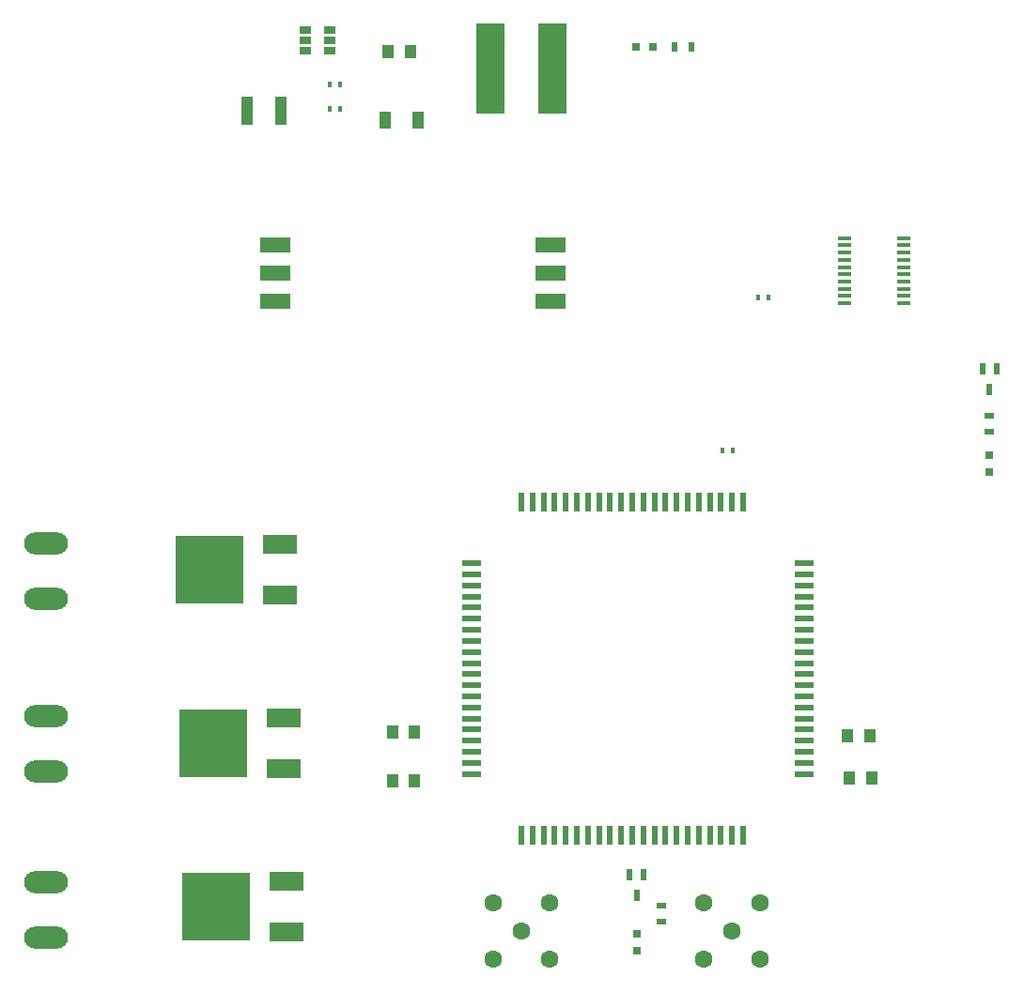
<source format=gtp>
G04 #@! TF.FileFunction,Paste,Top*
%FSLAX46Y46*%
G04 Gerber Fmt 4.6, Leading zero omitted, Abs format (unit mm)*
G04 Created by KiCad (PCBNEW (2015-05-05 BZR 5645)-product) date Wednesday, June 24, 2015 'pmt' 10:47:51 pm*
%MOMM*%
G01*
G04 APERTURE LIST*
%ADD10C,0.100000*%
%ADD11R,1.000000X1.600000*%
%ADD12R,1.000000X1.250000*%
%ADD13R,1.000000X2.500000*%
%ADD14R,0.797560X0.797560*%
%ADD15R,2.600000X8.200000*%
%ADD16O,3.962400X1.981200*%
%ADD17R,2.700000X1.350000*%
%ADD18C,1.600200*%
%ADD19R,3.048000X1.651000*%
%ADD20R,6.096000X6.096000*%
%ADD21R,0.599440X1.000760*%
%ADD22R,0.400000X0.600000*%
%ADD23R,0.900000X0.500000*%
%ADD24R,0.500000X0.900000*%
%ADD25R,1.060000X0.650000*%
%ADD26R,1.270000X0.406400*%
%ADD27R,1.800000X0.600000*%
%ADD28R,0.600000X1.800000*%
G04 APERTURE END LIST*
D10*
D11*
X113100000Y-53200000D03*
X116100000Y-53200000D03*
D12*
X113400000Y-47000000D03*
X115400000Y-47000000D03*
D13*
X100700000Y-52400000D03*
X103700000Y-52400000D03*
D12*
X154800000Y-108800000D03*
X156800000Y-108800000D03*
X113800000Y-108400000D03*
X115800000Y-108400000D03*
X157000000Y-112600000D03*
X155000000Y-112600000D03*
X115800000Y-112800000D03*
X113800000Y-112800000D03*
D14*
X135800000Y-126650700D03*
X135800000Y-128149300D03*
X167600000Y-83450700D03*
X167600000Y-84949300D03*
X137221443Y-46575000D03*
X135722843Y-46575000D03*
D15*
X122600000Y-48600000D03*
X128200000Y-48600000D03*
D16*
X82600000Y-127000000D03*
X82600000Y-122000000D03*
D17*
X103200000Y-69540000D03*
X128000000Y-69540000D03*
X128000000Y-64460000D03*
X103200000Y-64460000D03*
X103200000Y-67000000D03*
X128000000Y-67000000D03*
D18*
X122860000Y-123860000D03*
X122860000Y-128940000D03*
X127940000Y-123860000D03*
X127940000Y-128940000D03*
X125400000Y-126400000D03*
X141860000Y-123860000D03*
X141860000Y-128940000D03*
X146940000Y-123860000D03*
X146940000Y-128940000D03*
X144400000Y-126400000D03*
D19*
X104213000Y-126486000D03*
D20*
X97863000Y-124200000D03*
D19*
X104213000Y-121914000D03*
D21*
X135149760Y-121250040D03*
X136450240Y-121250040D03*
X135800000Y-123149960D03*
X166949760Y-75650040D03*
X168250240Y-75650040D03*
X167600000Y-77549960D03*
D22*
X108150000Y-50000000D03*
X109050000Y-50000000D03*
X108150000Y-52200000D03*
X109050000Y-52200000D03*
X146750000Y-69200000D03*
X147650000Y-69200000D03*
X143550000Y-83000000D03*
X144450000Y-83000000D03*
D23*
X138000000Y-125550000D03*
X138000000Y-124050000D03*
X167600000Y-81350000D03*
X167600000Y-79850000D03*
D24*
X139250000Y-46600000D03*
X140750000Y-46600000D03*
D25*
X105900000Y-45050000D03*
X105900000Y-46000000D03*
X105900000Y-46950000D03*
X108100000Y-46950000D03*
X108100000Y-45050000D03*
X108100000Y-46000000D03*
D26*
X159867000Y-69721000D03*
X159867000Y-69086000D03*
X159867000Y-68425600D03*
X159867000Y-67765200D03*
X159867000Y-67130200D03*
X159867000Y-66469800D03*
X159867000Y-65809400D03*
X159867000Y-65174400D03*
X159867000Y-64514000D03*
X159867000Y-63879000D03*
X154533000Y-63879000D03*
X154533000Y-64514000D03*
X154533000Y-65174400D03*
X154533000Y-65809400D03*
X154533000Y-66469800D03*
X154533000Y-67130200D03*
X154533000Y-67765200D03*
X154533000Y-68425600D03*
X154533000Y-69086000D03*
X154533000Y-69721000D03*
D27*
X150900000Y-112200000D03*
X120900000Y-93200000D03*
D28*
X125400000Y-117700000D03*
X145400000Y-87700000D03*
X144400000Y-87700000D03*
X143400000Y-87700000D03*
X142400000Y-87700000D03*
X141400000Y-87700000D03*
X140400000Y-87700000D03*
X139400000Y-87700000D03*
X138400000Y-87700000D03*
X137400000Y-87700000D03*
X136400000Y-87700000D03*
X135400000Y-87700000D03*
X134400000Y-87700000D03*
X133400000Y-87700000D03*
X132400000Y-87700000D03*
X131400000Y-87700000D03*
X130400000Y-87700000D03*
X129400000Y-87700000D03*
X128400000Y-87700000D03*
X127400000Y-87700000D03*
X126400000Y-87700000D03*
X125400000Y-87700000D03*
X126400000Y-117700000D03*
X127400000Y-117700000D03*
X128400000Y-117700000D03*
X129400000Y-117700000D03*
X130400000Y-117700000D03*
X131400000Y-117700000D03*
X132400000Y-117700000D03*
X133400000Y-117700000D03*
X134400000Y-117700000D03*
X135400000Y-117700000D03*
X136400000Y-117700000D03*
X137400000Y-117700000D03*
X138400000Y-117700000D03*
X139400000Y-117700000D03*
X140400000Y-117700000D03*
X141400000Y-117700000D03*
X142400000Y-117700000D03*
X143400000Y-117700000D03*
X144400000Y-117700000D03*
X145400000Y-117700000D03*
D27*
X120900000Y-94200000D03*
X120900000Y-95200000D03*
X120900000Y-96200000D03*
X120900000Y-97200000D03*
X120900000Y-98200000D03*
X120900000Y-99200000D03*
X120900000Y-100200000D03*
X120900000Y-101200000D03*
X120900000Y-102200000D03*
X120900000Y-103200000D03*
X120900000Y-104200000D03*
X120900000Y-105200000D03*
X120900000Y-106200000D03*
X120900000Y-107200000D03*
X120900000Y-108200000D03*
X120900000Y-109200000D03*
X120900000Y-110200000D03*
X120900000Y-111200000D03*
X120900000Y-112200000D03*
X150900000Y-111200000D03*
X150900000Y-110200000D03*
X150900000Y-109200000D03*
X150900000Y-108200000D03*
X150900000Y-107200000D03*
X150900000Y-106200000D03*
X150900000Y-105200000D03*
X150900000Y-104200000D03*
X150900000Y-103200000D03*
X150900000Y-102200000D03*
X150900000Y-101200000D03*
X150900000Y-100200000D03*
X150900000Y-99200000D03*
X150900000Y-98200000D03*
X150900000Y-97200000D03*
X150900000Y-96200000D03*
X150900000Y-95200000D03*
X150900000Y-94200000D03*
X150900000Y-93200000D03*
D16*
X82600000Y-112000000D03*
X82600000Y-107000000D03*
X82600000Y-96400000D03*
X82600000Y-91400000D03*
D19*
X104013000Y-111686000D03*
D20*
X97663000Y-109400000D03*
D19*
X104013000Y-107114000D03*
X103613000Y-96086000D03*
D20*
X97263000Y-93800000D03*
D19*
X103613000Y-91514000D03*
M02*

</source>
